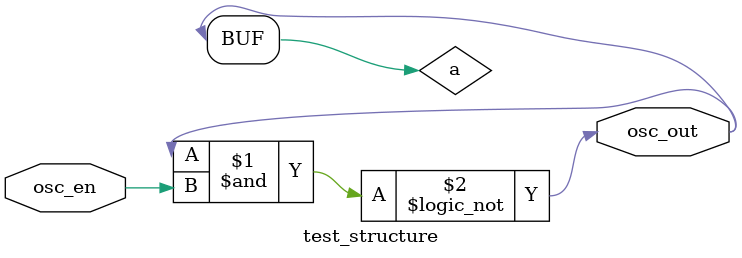
<source format=sv>

`timescale 1 ns / 1 ps

module test_structure( input logic osc_en,
                       output logic osc_out );
  logic a;
  
  assign a = !(osc_out & osc_en);
  assign #7 osc_out = a;
  
endmodule

</source>
